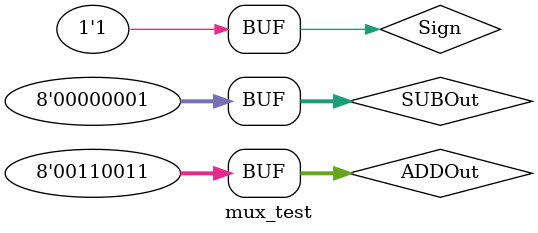
<source format=v>
module mux_test;

/* All test fixture outputs are declared as reg statements */
reg Sign;
reg [7:0]ADDOut;
reg [7:0]SUBOut;

/* All test fixture inputs are declared as wire statements */
wire [7:0]DataInB;

/* Module instantiation here */
mux uut (.DataInB(DataInB),
         .Sign(Sign),
         .ADDOut(ADDOut),
         .SUBOut(SUBOut));

/* Verification vectors here */
initial
begin
    Sign = 0; ADDOut = 8'b11111111; SUBOut = 8'b00000000;
#5  Sign = 1; 
#5  Sign = 0; ADDOut = 8'b00110011; SUBOut = 8'b00000001; 
#5  Sign = 1;
end

endmodule
</source>
